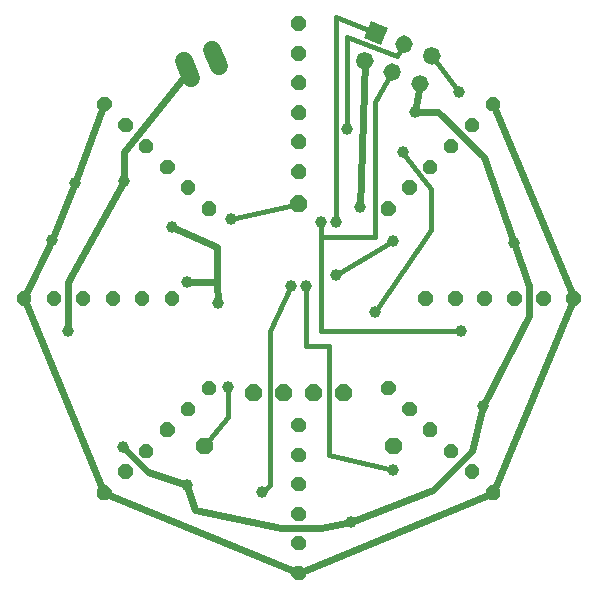
<source format=gtl>
G04 Layer: TopLayer*
G04 EasyEDA v6.2.46, 2019-12-20T15:47:03+02:00*
G04 e460ad1c73c14af8b4042999b0e6f5d6,e8986612fe13436f8f5b72e5f572de6a,00*
G04 Gerber Generator version 0.2*
G04 Scale: 100 percent, Rotated: No, Reflected: No *
G04 Dimensions in inches *
G04 leading zeros omitted , absolute positions ,2 integer and 4 decimal *
%FSLAX24Y24*%
%MOIN*%
G90*
G70D02*

%ADD11C,0.024000*%
%ADD12C,0.016000*%
%ADD13C,0.039560*%
%ADD15C,0.060000*%

%LPD*%
G54D11*
G01X13889Y16999D02*
G01X13714Y16054D01*
G01X14497Y16054D01*
G01X16009Y14542D01*
G01X17020Y11700D01*
G01X17525Y10247D01*
G01X17525Y9247D01*
G01X16000Y6250D01*
G01X15625Y4750D01*
G01X14321Y3446D01*
G01X11593Y2375D01*
G01X10593Y2187D01*
G01X9268Y2187D01*
G01X6384Y2773D01*
G01X6125Y3585D01*
G01X6125Y3625D01*
G01X4824Y4043D01*
G01X4000Y4875D01*
G01X6141Y17471D02*
G01X6141Y17401D01*
G01X4009Y14730D01*
G01X4006Y13750D01*
G01X2152Y10388D01*
G01X2152Y8750D01*
G54D12*
G01X8625Y3375D02*
G01X8875Y3625D01*
G01X8875Y8750D01*
G01X9592Y10250D01*
G01X13000Y4125D02*
G01X10846Y4625D01*
G01X10846Y8267D01*
G01X10092Y8267D01*
G01X10092Y10250D01*
G01X15250Y8750D02*
G01X10592Y8750D01*
G01X10592Y11875D01*
G01X10592Y12375D01*
G01X12965Y17382D02*
G01X12375Y16375D01*
G01X12375Y11875D01*
G01X10592Y11875D01*
G01X12424Y18689D02*
G01X11092Y19219D01*
G01X11092Y12375D01*
G01X13000Y11750D02*
G01X11087Y10635D01*
G01X11458Y15486D02*
G01X11454Y18547D01*
G01X13135Y17915D01*
G01X13348Y18306D01*
G01X13308Y14706D02*
G01X13296Y14712D01*
G01X14250Y13500D01*
G01X14250Y12125D01*
G01X12375Y9375D01*
G01X14272Y17923D02*
G01X15169Y16732D01*
G54D11*
G01X3364Y16320D02*
G01X2370Y13701D01*
G01X1621Y11775D01*
G01X681Y9842D01*
G01X3364Y3364D01*
G01X9842Y681D01*
G01X16320Y3364D01*
G01X19003Y9842D01*
G01X16320Y16320D01*
G54D12*
G01X11882Y12882D02*
G01X11875Y12875D01*
G54D11*
G01X5616Y12223D02*
G01X7133Y11558D01*
G01X7133Y10375D01*
G01X7140Y9694D01*
G01X7133Y10375D02*
G01X6125Y10375D01*
G01X12041Y17765D02*
G01X11882Y12882D01*
G54D12*
G01X7500Y6875D02*
G01X7500Y5875D01*
G01X6692Y4921D01*
G01X9842Y12992D02*
G01X7592Y12500D01*
G36*
G01X12262Y19081D02*
G01X12816Y18851D01*
G01X12586Y18297D01*
G01X12032Y18526D01*
G01X12262Y19081D01*
G37*
G36*
G01X12341Y17765D02*
G01X12254Y17977D01*
G01X12041Y18065D01*
G01X11829Y17977D01*
G01X11741Y17765D01*
G01X11829Y17553D01*
G01X12041Y17465D01*
G01X12254Y17553D01*
G01X12341Y17765D01*
G37*
G36*
G01X13648Y18306D02*
G01X13560Y18518D01*
G01X13348Y18606D01*
G01X13136Y18518D01*
G01X13048Y18306D01*
G01X13136Y18094D01*
G01X13348Y18006D01*
G01X13560Y18094D01*
G01X13648Y18306D01*
G37*
G36*
G01X13265Y17382D02*
G01X13177Y17594D01*
G01X12965Y17682D01*
G01X12753Y17594D01*
G01X12665Y17382D01*
G01X12753Y17170D01*
G01X12965Y17082D01*
G01X13177Y17170D01*
G01X13265Y17382D01*
G37*
G36*
G01X14572Y17923D02*
G01X14484Y18136D01*
G01X14272Y18223D01*
G01X14060Y18136D01*
G01X13972Y17923D01*
G01X14060Y17711D01*
G01X14272Y17623D01*
G01X14484Y17711D01*
G01X14572Y17923D01*
G37*
G36*
G01X14189Y16999D02*
G01X14101Y17212D01*
G01X13889Y17299D01*
G01X13677Y17212D01*
G01X13589Y16999D01*
G01X13677Y16787D01*
G01X13889Y16699D01*
G01X14101Y16787D01*
G01X14189Y16999D01*
G37*
G36*
G01X6807Y4644D02*
G01X6970Y4806D01*
G01X6970Y5036D01*
G01X6807Y5198D01*
G01X6578Y5198D01*
G01X6415Y5036D01*
G01X6415Y4806D01*
G01X6578Y4644D01*
G01X6807Y4644D01*
G37*
G36*
G01X9565Y12877D02*
G01X9727Y12714D01*
G01X9957Y12714D01*
G01X10119Y12877D01*
G01X10119Y13106D01*
G01X9957Y13269D01*
G01X9727Y13269D01*
G01X9565Y13106D01*
G01X9565Y12877D01*
G37*
G36*
G01X8065Y6578D02*
G01X8227Y6415D01*
G01X8457Y6415D01*
G01X8619Y6578D01*
G01X8619Y6807D01*
G01X8457Y6970D01*
G01X8227Y6970D01*
G01X8065Y6807D01*
G01X8065Y6578D01*
G37*
G36*
G01X9065Y6578D02*
G01X9227Y6415D01*
G01X9457Y6415D01*
G01X9619Y6578D01*
G01X9619Y6807D01*
G01X9457Y6970D01*
G01X9227Y6970D01*
G01X9065Y6807D01*
G01X9065Y6578D01*
G37*
G36*
G01X10065Y6578D02*
G01X10227Y6415D01*
G01X10457Y6415D01*
G01X10619Y6578D01*
G01X10619Y6807D01*
G01X10457Y6970D01*
G01X10227Y6970D01*
G01X10065Y6807D01*
G01X10065Y6578D01*
G37*
G36*
G01X11065Y6578D02*
G01X11227Y6415D01*
G01X11457Y6415D01*
G01X11619Y6578D01*
G01X11619Y6807D01*
G01X11457Y6970D01*
G01X11227Y6970D01*
G01X11065Y6807D01*
G01X11065Y6578D01*
G37*
G36*
G01X12714Y4806D02*
G01X12877Y4644D01*
G01X13106Y4644D01*
G01X13269Y4806D01*
G01X13269Y5036D01*
G01X13106Y5198D01*
G01X12877Y5198D01*
G01X12714Y5036D01*
G01X12714Y4806D01*
G37*
G36*
G01X9942Y14826D02*
G01X10082Y14967D01*
G01X10082Y15166D01*
G01X9942Y15307D01*
G01X9743Y15307D01*
G01X9602Y15166D01*
G01X9602Y14967D01*
G01X9743Y14826D01*
G01X9942Y14826D01*
G37*
G36*
G01X9942Y13826D02*
G01X10082Y13967D01*
G01X10082Y14166D01*
G01X9942Y14307D01*
G01X9743Y14307D01*
G01X9602Y14166D01*
G01X9602Y13967D01*
G01X9743Y13826D01*
G01X9942Y13826D01*
G37*
G36*
G01X9942Y16795D02*
G01X10082Y16935D01*
G01X10082Y17134D01*
G01X9942Y17275D01*
G01X9743Y17275D01*
G01X9602Y17134D01*
G01X9602Y16935D01*
G01X9743Y16795D01*
G01X9942Y16795D01*
G37*
G36*
G01X9942Y15795D02*
G01X10082Y15935D01*
G01X10082Y16134D01*
G01X9942Y16275D01*
G01X9743Y16275D01*
G01X9602Y16134D01*
G01X9602Y15935D01*
G01X9743Y15795D01*
G01X9942Y15795D01*
G37*
G36*
G01X9942Y18763D02*
G01X10082Y18904D01*
G01X10082Y19103D01*
G01X9942Y19244D01*
G01X9743Y19244D01*
G01X9602Y19103D01*
G01X9602Y18904D01*
G01X9743Y18763D01*
G01X9942Y18763D01*
G37*
G36*
G01X9942Y17763D02*
G01X10082Y17904D01*
G01X10082Y18103D01*
G01X9942Y18244D01*
G01X9743Y18244D01*
G01X9602Y18103D01*
G01X9602Y17904D01*
G01X9743Y17763D01*
G01X9942Y17763D01*
G37*
G36*
G01X6388Y13437D02*
G01X6388Y13636D01*
G01X6247Y13776D01*
G01X6048Y13776D01*
G01X5908Y13636D01*
G01X5908Y13437D01*
G01X6048Y13296D01*
G01X6247Y13296D01*
G01X6388Y13437D01*
G37*
G36*
G01X7095Y12730D02*
G01X7095Y12929D01*
G01X6954Y13069D01*
G01X6755Y13069D01*
G01X6615Y12929D01*
G01X6615Y12730D01*
G01X6755Y12589D01*
G01X6954Y12589D01*
G01X7095Y12730D01*
G37*
G36*
G01X4996Y14829D02*
G01X4996Y15028D01*
G01X4855Y15168D01*
G01X4656Y15168D01*
G01X4516Y15028D01*
G01X4516Y14829D01*
G01X4656Y14688D01*
G01X4855Y14688D01*
G01X4996Y14829D01*
G37*
G36*
G01X5703Y14122D02*
G01X5703Y14321D01*
G01X5562Y14461D01*
G01X5363Y14461D01*
G01X5223Y14321D01*
G01X5223Y14122D01*
G01X5363Y13981D01*
G01X5562Y13981D01*
G01X5703Y14122D01*
G37*
G36*
G01X3604Y16221D02*
G01X3604Y16420D01*
G01X3463Y16560D01*
G01X3264Y16560D01*
G01X3124Y16420D01*
G01X3124Y16221D01*
G01X3264Y16080D01*
G01X3463Y16080D01*
G01X3604Y16221D01*
G37*
G36*
G01X4311Y15513D02*
G01X4311Y15713D01*
G01X4171Y15853D01*
G01X3972Y15853D01*
G01X3831Y15713D01*
G01X3831Y15513D01*
G01X3972Y15373D01*
G01X4171Y15373D01*
G01X4311Y15513D01*
G37*
G36*
G01X4858Y9942D02*
G01X4717Y10082D01*
G01X4518Y10082D01*
G01X4377Y9942D01*
G01X4377Y9743D01*
G01X4518Y9602D01*
G01X4717Y9602D01*
G01X4858Y9743D01*
G01X4858Y9942D01*
G37*
G36*
G01X5858Y9942D02*
G01X5717Y10082D01*
G01X5518Y10082D01*
G01X5377Y9942D01*
G01X5377Y9743D01*
G01X5518Y9602D01*
G01X5717Y9602D01*
G01X5858Y9743D01*
G01X5858Y9942D01*
G37*
G36*
G01X2889Y9942D02*
G01X2749Y10082D01*
G01X2550Y10082D01*
G01X2409Y9942D01*
G01X2409Y9743D01*
G01X2550Y9602D01*
G01X2749Y9602D01*
G01X2889Y9743D01*
G01X2889Y9942D01*
G37*
G36*
G01X3889Y9942D02*
G01X3749Y10082D01*
G01X3550Y10082D01*
G01X3409Y9942D01*
G01X3409Y9743D01*
G01X3550Y9602D01*
G01X3749Y9602D01*
G01X3889Y9743D01*
G01X3889Y9942D01*
G37*
G36*
G01X921Y9942D02*
G01X780Y10082D01*
G01X581Y10082D01*
G01X440Y9942D01*
G01X440Y9743D01*
G01X581Y9602D01*
G01X780Y9602D01*
G01X921Y9743D01*
G01X921Y9942D01*
G37*
G36*
G01X1921Y9942D02*
G01X1780Y10082D01*
G01X1581Y10082D01*
G01X1440Y9942D01*
G01X1440Y9743D01*
G01X1581Y9602D01*
G01X1780Y9602D01*
G01X1921Y9743D01*
G01X1921Y9942D01*
G37*
G36*
G01X6247Y6388D02*
G01X6048Y6388D01*
G01X5908Y6247D01*
G01X5908Y6048D01*
G01X6048Y5908D01*
G01X6247Y5908D01*
G01X6388Y6048D01*
G01X6388Y6247D01*
G01X6247Y6388D01*
G37*
G36*
G01X6954Y7095D02*
G01X6755Y7095D01*
G01X6615Y6954D01*
G01X6615Y6755D01*
G01X6755Y6615D01*
G01X6954Y6615D01*
G01X7095Y6755D01*
G01X7095Y6954D01*
G01X6954Y7095D01*
G37*
G36*
G01X4855Y4996D02*
G01X4656Y4996D01*
G01X4516Y4855D01*
G01X4516Y4656D01*
G01X4656Y4516D01*
G01X4855Y4516D01*
G01X4996Y4656D01*
G01X4996Y4855D01*
G01X4855Y4996D01*
G37*
G36*
G01X5562Y5703D02*
G01X5363Y5703D01*
G01X5223Y5562D01*
G01X5223Y5363D01*
G01X5363Y5223D01*
G01X5562Y5223D01*
G01X5703Y5363D01*
G01X5703Y5562D01*
G01X5562Y5703D01*
G37*
G36*
G01X3463Y3604D02*
G01X3264Y3604D01*
G01X3124Y3463D01*
G01X3124Y3264D01*
G01X3264Y3124D01*
G01X3463Y3124D01*
G01X3604Y3264D01*
G01X3604Y3463D01*
G01X3463Y3604D01*
G37*
G36*
G01X4171Y4311D02*
G01X3972Y4311D01*
G01X3831Y4171D01*
G01X3831Y3972D01*
G01X3972Y3831D01*
G01X4171Y3831D01*
G01X4311Y3972D01*
G01X4311Y4171D01*
G01X4171Y4311D01*
G37*
G36*
G01X9743Y4858D02*
G01X9602Y4717D01*
G01X9602Y4518D01*
G01X9743Y4377D01*
G01X9942Y4377D01*
G01X10082Y4518D01*
G01X10082Y4717D01*
G01X9942Y4858D01*
G01X9743Y4858D01*
G37*
G36*
G01X9743Y5858D02*
G01X9602Y5717D01*
G01X9602Y5518D01*
G01X9743Y5377D01*
G01X9942Y5377D01*
G01X10082Y5518D01*
G01X10082Y5717D01*
G01X9942Y5858D01*
G01X9743Y5858D01*
G37*
G36*
G01X9743Y2889D02*
G01X9602Y2749D01*
G01X9602Y2550D01*
G01X9743Y2409D01*
G01X9942Y2409D01*
G01X10082Y2550D01*
G01X10082Y2749D01*
G01X9942Y2889D01*
G01X9743Y2889D01*
G37*
G36*
G01X9743Y3889D02*
G01X9602Y3749D01*
G01X9602Y3550D01*
G01X9743Y3409D01*
G01X9942Y3409D01*
G01X10082Y3550D01*
G01X10082Y3749D01*
G01X9942Y3889D01*
G01X9743Y3889D01*
G37*
G36*
G01X9743Y921D02*
G01X9602Y780D01*
G01X9602Y581D01*
G01X9743Y440D01*
G01X9942Y440D01*
G01X10082Y581D01*
G01X10082Y780D01*
G01X9942Y921D01*
G01X9743Y921D01*
G37*
G36*
G01X9743Y1921D02*
G01X9602Y1780D01*
G01X9602Y1581D01*
G01X9743Y1440D01*
G01X9942Y1440D01*
G01X10082Y1581D01*
G01X10082Y1780D01*
G01X9942Y1921D01*
G01X9743Y1921D01*
G37*
G36*
G01X13296Y6247D02*
G01X13296Y6048D01*
G01X13437Y5908D01*
G01X13636Y5908D01*
G01X13776Y6048D01*
G01X13776Y6247D01*
G01X13636Y6388D01*
G01X13437Y6388D01*
G01X13296Y6247D01*
G37*
G36*
G01X12589Y6954D02*
G01X12589Y6755D01*
G01X12730Y6615D01*
G01X12929Y6615D01*
G01X13069Y6755D01*
G01X13069Y6954D01*
G01X12929Y7095D01*
G01X12730Y7095D01*
G01X12589Y6954D01*
G37*
G36*
G01X14688Y4855D02*
G01X14688Y4656D01*
G01X14829Y4516D01*
G01X15028Y4516D01*
G01X15168Y4656D01*
G01X15168Y4855D01*
G01X15028Y4996D01*
G01X14829Y4996D01*
G01X14688Y4855D01*
G37*
G36*
G01X13981Y5562D02*
G01X13981Y5363D01*
G01X14122Y5223D01*
G01X14321Y5223D01*
G01X14461Y5363D01*
G01X14461Y5562D01*
G01X14321Y5703D01*
G01X14122Y5703D01*
G01X13981Y5562D01*
G37*
G36*
G01X16080Y3463D02*
G01X16080Y3264D01*
G01X16221Y3124D01*
G01X16420Y3124D01*
G01X16560Y3264D01*
G01X16560Y3463D01*
G01X16420Y3604D01*
G01X16221Y3604D01*
G01X16080Y3463D01*
G37*
G36*
G01X15373Y4171D02*
G01X15373Y3972D01*
G01X15513Y3831D01*
G01X15713Y3831D01*
G01X15853Y3972D01*
G01X15853Y4171D01*
G01X15713Y4311D01*
G01X15513Y4311D01*
G01X15373Y4171D01*
G37*
G36*
G01X14826Y9743D02*
G01X14967Y9602D01*
G01X15166Y9602D01*
G01X15307Y9743D01*
G01X15307Y9942D01*
G01X15166Y10082D01*
G01X14967Y10082D01*
G01X14826Y9942D01*
G01X14826Y9743D01*
G37*
G36*
G01X13826Y9743D02*
G01X13967Y9602D01*
G01X14166Y9602D01*
G01X14307Y9743D01*
G01X14307Y9942D01*
G01X14166Y10082D01*
G01X13967Y10082D01*
G01X13826Y9942D01*
G01X13826Y9743D01*
G37*
G36*
G01X16795Y9743D02*
G01X16935Y9602D01*
G01X17134Y9602D01*
G01X17275Y9743D01*
G01X17275Y9942D01*
G01X17134Y10082D01*
G01X16935Y10082D01*
G01X16795Y9942D01*
G01X16795Y9743D01*
G37*
G36*
G01X15795Y9743D02*
G01X15935Y9602D01*
G01X16134Y9602D01*
G01X16275Y9743D01*
G01X16275Y9942D01*
G01X16134Y10082D01*
G01X15935Y10082D01*
G01X15795Y9942D01*
G01X15795Y9743D01*
G37*
G36*
G01X18763Y9743D02*
G01X18904Y9602D01*
G01X19103Y9602D01*
G01X19244Y9743D01*
G01X19244Y9942D01*
G01X19103Y10082D01*
G01X18904Y10082D01*
G01X18763Y9942D01*
G01X18763Y9743D01*
G37*
G36*
G01X17763Y9743D02*
G01X17904Y9602D01*
G01X18103Y9602D01*
G01X18244Y9743D01*
G01X18244Y9942D01*
G01X18103Y10082D01*
G01X17904Y10082D01*
G01X17763Y9942D01*
G01X17763Y9743D01*
G37*
G36*
G01X13437Y13296D02*
G01X13636Y13296D01*
G01X13776Y13437D01*
G01X13776Y13636D01*
G01X13636Y13776D01*
G01X13437Y13776D01*
G01X13296Y13636D01*
G01X13296Y13437D01*
G01X13437Y13296D01*
G37*
G36*
G01X12730Y12589D02*
G01X12929Y12589D01*
G01X13069Y12730D01*
G01X13069Y12929D01*
G01X12929Y13069D01*
G01X12730Y13069D01*
G01X12589Y12929D01*
G01X12589Y12730D01*
G01X12730Y12589D01*
G37*
G36*
G01X14829Y14688D02*
G01X15028Y14688D01*
G01X15168Y14829D01*
G01X15168Y15028D01*
G01X15028Y15168D01*
G01X14829Y15168D01*
G01X14688Y15028D01*
G01X14688Y14829D01*
G01X14829Y14688D01*
G37*
G36*
G01X14122Y13981D02*
G01X14321Y13981D01*
G01X14461Y14122D01*
G01X14461Y14321D01*
G01X14321Y14461D01*
G01X14122Y14461D01*
G01X13981Y14321D01*
G01X13981Y14122D01*
G01X14122Y13981D01*
G37*
G36*
G01X16221Y16080D02*
G01X16420Y16080D01*
G01X16560Y16221D01*
G01X16560Y16420D01*
G01X16420Y16560D01*
G01X16221Y16560D01*
G01X16080Y16420D01*
G01X16080Y16221D01*
G01X16221Y16080D01*
G37*
G36*
G01X15513Y15373D02*
G01X15713Y15373D01*
G01X15853Y15513D01*
G01X15853Y15713D01*
G01X15713Y15853D01*
G01X15513Y15853D01*
G01X15373Y15713D01*
G01X15373Y15513D01*
G01X15513Y15373D01*
G37*
G54D13*
G01X17020Y11700D03*
G01X16000Y6250D03*
G01X11593Y2375D03*
G01X6125Y3625D03*
G01X4006Y13750D03*
G01X2152Y8750D03*
G01X13714Y16054D03*
G01X4000Y4875D03*
G01X9592Y10250D03*
G01X8625Y3375D03*
G01X10092Y10250D03*
G01X13000Y4125D03*
G01X10592Y12375D03*
G01X15250Y8750D03*
G01X11087Y10635D03*
G01X13000Y11750D03*
G01X11092Y12375D03*
G01X11458Y15486D03*
G01X12375Y9375D03*
G01X13308Y14706D03*
G01X15169Y16732D03*
G01X2370Y13701D03*
G01X1621Y11775D03*
G01X7140Y9694D03*
G01X11875Y12875D03*
G01X5616Y12223D03*
G01X6125Y10375D03*
G01X7500Y6875D03*
G01X7592Y12500D03*
G54D15*
G01X6026Y17748D02*
G01X6256Y17194D01*
G01X6950Y18131D02*
G01X7180Y17576D01*
M00*
M02*

</source>
